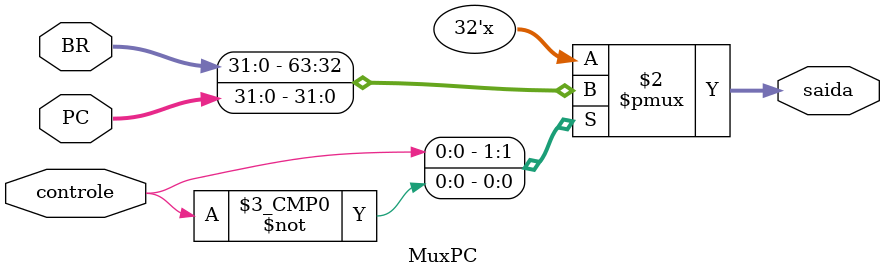
<source format=v>
module MuxPC(BR, PC, saida, controle);
  input controle;
  input [31:0] BR, PC; 
  output reg [31:0] saida; 
   
   always @(controle or BR or PC)
	  	case(controle)

			1'b1: saida = BR;
			1'b0: saida = PC;	

		endcase
endmodule
</source>
